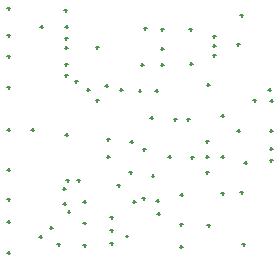
<source format=gbr>
G04*
G04 #@! TF.GenerationSoftware,Altium Limited,Altium Designer,24.7.2 (38)*
G04*
G04 Layer_Color=128*
%FSLAX25Y25*%
%MOIN*%
G70*
G04*
G04 #@! TF.SameCoordinates,0AE953C0-7C88-47E9-B79E-664DAA7B62C1*
G04*
G04*
G04 #@! TF.FilePolarity,Positive*
G04*
G01*
G75*
%ADD15C,0.00500*%
D15*
X154674Y74183D02*
X155658D01*
X155166Y73691D02*
Y74675D01*
X156148Y71440D02*
X157132D01*
X156640Y70948D02*
Y71932D01*
X155294Y116969D02*
X156278D01*
X155786Y116476D02*
Y117461D01*
X155287Y120610D02*
X156272D01*
X155780Y120118D02*
Y121102D01*
X170374Y65354D02*
X171358D01*
X170866Y64862D02*
Y65847D01*
X195977Y102376D02*
X196961D01*
X196469Y101884D02*
Y102868D01*
X191634Y102376D02*
X192618D01*
X192126Y101884D02*
Y102868D01*
X143996Y98819D02*
X144980D01*
X144488Y98327D02*
Y99311D01*
X214469Y60630D02*
X215453D01*
X214961Y60138D02*
Y61122D01*
X181236Y92314D02*
X182220D01*
X181728Y91822D02*
Y92807D01*
X177067Y94882D02*
X178051D01*
X177559Y94390D02*
Y95374D01*
X207410Y77646D02*
X208394D01*
X207902Y77154D02*
Y78138D01*
X213681Y77953D02*
X214665D01*
X214173Y77461D02*
Y78445D01*
X212675Y98425D02*
X213659D01*
X213167Y97933D02*
Y98917D01*
X152657Y60630D02*
X153642D01*
X153150Y60138D02*
Y61122D01*
X193602Y59842D02*
X194587D01*
X194095Y59350D02*
Y60335D01*
X162645Y112166D02*
X163629D01*
X163137Y111674D02*
Y112658D01*
X161319Y74803D02*
X162303D01*
X161811Y74311D02*
Y75295D01*
X154626Y79134D02*
X155610D01*
X155118Y78642D02*
Y79626D01*
X155794Y81959D02*
X156778D01*
X156286Y81467D02*
Y82451D01*
X155288Y126134D02*
X156273D01*
X155780Y125642D02*
Y126626D01*
X155216Y129277D02*
X156200D01*
X155708Y128785D02*
Y129769D01*
X218012Y108661D02*
X218996D01*
X218504Y108169D02*
Y109153D01*
X193657Y77220D02*
X194641D01*
X194149Y76728D02*
Y77712D01*
X186122Y70866D02*
X187106D01*
X186614Y70374D02*
Y71358D01*
X181004Y75984D02*
X181988D01*
X181496Y75492D02*
Y76476D01*
X146677Y63207D02*
X147661D01*
X147169Y62714D02*
Y63699D01*
X147129Y133159D02*
X148113D01*
X147621Y132667D02*
Y133651D01*
X136122Y123228D02*
X137106D01*
X136614Y122736D02*
Y123721D01*
X179823Y111811D02*
X180807D01*
X180315Y111319D02*
Y112303D01*
X173524Y112189D02*
X174508D01*
X174016Y111697D02*
Y112681D01*
X185335Y111811D02*
X186319D01*
X185827Y111319D02*
Y112303D01*
X165650Y108661D02*
X166634D01*
X166142Y108169D02*
Y109153D01*
X183760Y102756D02*
X184744D01*
X184252Y102264D02*
Y103248D01*
X189678Y89781D02*
X190662D01*
X190170Y89289D02*
Y90273D01*
X155422Y97215D02*
X156407D01*
X155915Y96723D02*
Y97707D01*
X161416Y60236D02*
X162400D01*
X161908Y59744D02*
Y60728D01*
X161319Y67716D02*
X162303D01*
X161811Y67224D02*
Y68209D01*
X172736Y80315D02*
X173721D01*
X173228Y79823D02*
Y80807D01*
X196866Y120866D02*
X197850D01*
X197358Y120374D02*
Y121358D01*
X136122Y75590D02*
X137106D01*
X136614Y75098D02*
Y76083D01*
X184153Y83465D02*
X185138D01*
X184646Y82973D02*
Y83957D01*
X168799Y113508D02*
X169783D01*
X169291Y113016D02*
Y114000D01*
X158563Y114961D02*
X159547D01*
X159055Y114469D02*
Y115453D01*
X155413Y133071D02*
X156398D01*
X155905Y132579D02*
Y133563D01*
X187303Y125870D02*
X188287D01*
X187795Y125378D02*
Y126362D01*
X204626Y126772D02*
X205610D01*
X205118Y126279D02*
Y127264D01*
X196752Y132283D02*
X197736D01*
X197244Y131791D02*
Y132776D01*
X170374Y61024D02*
X171358D01*
X170866Y60532D02*
Y61516D01*
X193602Y67323D02*
X194587D01*
X194095Y66831D02*
Y67815D01*
X202510Y113736D02*
X203495D01*
X203002Y113244D02*
Y114228D01*
X180610Y120472D02*
X181595D01*
X181102Y119980D02*
Y120965D01*
X159350Y81890D02*
X160335D01*
X159843Y81398D02*
Y82382D01*
X169193Y89764D02*
X170177D01*
X169685Y89272D02*
Y90256D01*
X169193Y95669D02*
X170177D01*
X169685Y95177D02*
Y96161D01*
X181595Y132677D02*
X182579D01*
X182087Y132185D02*
Y133169D01*
X212593Y127235D02*
X213578D01*
X213086Y126743D02*
Y127727D01*
X207419Y89785D02*
X208403D01*
X207911Y89293D02*
Y90277D01*
X136122Y98819D02*
X137106D01*
X136614Y98327D02*
Y99311D01*
X177854Y74803D02*
X178839D01*
X178347Y74311D02*
Y75295D01*
X185728Y75197D02*
X186713D01*
X186221Y74705D02*
Y75689D01*
X136122Y85433D02*
X137106D01*
X136614Y84941D02*
Y85925D01*
X202658Y66929D02*
X203642D01*
X203150Y66437D02*
Y67421D01*
X175492Y63386D02*
X176476D01*
X175984Y62894D02*
Y63878D01*
X197167Y89657D02*
X198152D01*
X197659Y89165D02*
Y90149D01*
X170374Y69685D02*
X171358D01*
X170866Y69193D02*
Y70177D01*
X215059Y87795D02*
X216043D01*
X215551Y87303D02*
Y88287D01*
X202242Y94919D02*
X203226D01*
X202734Y94427D02*
Y95411D01*
X204626Y129921D02*
X205610D01*
X205118Y129429D02*
Y130413D01*
X204626Y123622D02*
X205610D01*
X205118Y123130D02*
Y124114D01*
X176673Y84646D02*
X177657D01*
X177165Y84153D02*
Y85138D01*
X202242Y84667D02*
X203226D01*
X202734Y84175D02*
Y85159D01*
X202264Y89764D02*
X203248D01*
X202756Y89272D02*
Y90256D01*
X207382Y103543D02*
X208366D01*
X207874Y103051D02*
Y104035D01*
X223681Y108425D02*
X224665D01*
X224173Y107933D02*
Y108917D01*
X223524Y98425D02*
X224508D01*
X224016Y97933D02*
Y98917D01*
X223130Y112205D02*
X224114D01*
X223622Y111713D02*
Y112697D01*
X136122Y139370D02*
X137106D01*
X136614Y138878D02*
Y139862D01*
X155020Y138583D02*
X156004D01*
X155512Y138091D02*
Y139075D01*
X136122Y57874D02*
X137106D01*
X136614Y57382D02*
Y58366D01*
X150295Y66142D02*
X151279D01*
X150787Y65650D02*
Y66634D01*
X136122Y112992D02*
X137106D01*
X136614Y112500D02*
Y113484D01*
X136122Y130315D02*
X137106D01*
X136614Y129823D02*
Y130807D01*
X213681Y137008D02*
X214665D01*
X214173Y136516D02*
Y137500D01*
X187303Y132283D02*
X188287D01*
X187795Y131791D02*
Y132776D01*
X187303Y120472D02*
X188287D01*
X187795Y119980D02*
Y120965D01*
X136122Y68110D02*
X137106D01*
X136614Y67618D02*
Y68602D01*
X223524Y88583D02*
X224508D01*
X224016Y88091D02*
Y89075D01*
X223524Y92520D02*
X224508D01*
X224016Y92028D02*
Y93012D01*
X165650Y126378D02*
X166634D01*
X166142Y125886D02*
Y126870D01*
M02*

</source>
